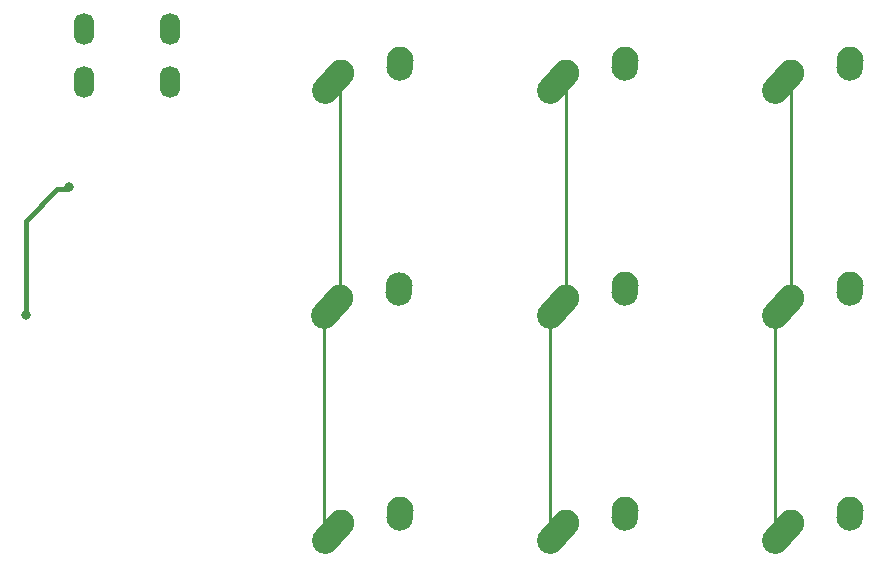
<source format=gbr>
%TF.GenerationSoftware,KiCad,Pcbnew,7.0.6*%
%TF.CreationDate,2023-07-30T22:10:22+02:00*%
%TF.ProjectId,Macropad,4d616372-6f70-4616-942e-6b696361645f,rev?*%
%TF.SameCoordinates,Original*%
%TF.FileFunction,Copper,L2,Bot*%
%TF.FilePolarity,Positive*%
%FSLAX46Y46*%
G04 Gerber Fmt 4.6, Leading zero omitted, Abs format (unit mm)*
G04 Created by KiCad (PCBNEW 7.0.6) date 2023-07-30 22:10:22*
%MOMM*%
%LPD*%
G01*
G04 APERTURE LIST*
G04 Aperture macros list*
%AMHorizOval*
0 Thick line with rounded ends*
0 $1 width*
0 $2 $3 position (X,Y) of the first rounded end (center of the circle)*
0 $4 $5 position (X,Y) of the second rounded end (center of the circle)*
0 Add line between two ends*
20,1,$1,$2,$3,$4,$5,0*
0 Add two circle primitives to create the rounded ends*
1,1,$1,$2,$3*
1,1,$1,$4,$5*%
G04 Aperture macros list end*
%TA.AperFunction,ComponentPad*%
%ADD10HorizOval,2.250000X0.020000X0.290000X-0.020000X-0.290000X0*%
%TD*%
%TA.AperFunction,ComponentPad*%
%ADD11C,2.250000*%
%TD*%
%TA.AperFunction,ComponentPad*%
%ADD12HorizOval,2.250000X0.655001X0.730000X-0.655001X-0.730000X0*%
%TD*%
%TA.AperFunction,ComponentPad*%
%ADD13O,1.700000X2.700000*%
%TD*%
%TA.AperFunction,ViaPad*%
%ADD14C,0.800000*%
%TD*%
%TA.AperFunction,Conductor*%
%ADD15C,0.381000*%
%TD*%
%TA.AperFunction,Conductor*%
%ADD16C,0.250000*%
%TD*%
G04 APERTURE END LIST*
D10*
%TO.P,MX1,2,ROW*%
%TO.N,Net-(D1-A)*%
X91420000Y-44422500D03*
D11*
X91440000Y-44132500D03*
D12*
%TO.P,MX1,1,COL*%
%TO.N,Col00*%
X85745001Y-45942500D03*
D11*
X86400000Y-45212500D03*
%TD*%
%TO.P,MX4,1,COL*%
%TO.N,Col00*%
X86281250Y-64293750D03*
D12*
X85626251Y-65023750D03*
D11*
%TO.P,MX4,2,ROW*%
%TO.N,Net-(D4-A)*%
X91321250Y-63213750D03*
D10*
X91301250Y-63503750D03*
%TD*%
D13*
%TO.P,USB1,6,SHIELD*%
%TO.N,unconnected-(USB1-SHIELD-Pad6)*%
X71912500Y-41512500D03*
X64612500Y-41512500D03*
X64612500Y-46012500D03*
X71912500Y-46012500D03*
%TD*%
D10*
%TO.P,MX9,2,ROW*%
%TO.N,Net-(D9-A)*%
X129520000Y-82522500D03*
D11*
X129540000Y-82232500D03*
D12*
%TO.P,MX9,1,COL*%
%TO.N,Col02*%
X123845001Y-84042500D03*
D11*
X124500000Y-83312500D03*
%TD*%
D10*
%TO.P,MX8,2,ROW*%
%TO.N,Net-(D8-A)*%
X110470000Y-82522500D03*
D11*
X110490000Y-82232500D03*
D12*
%TO.P,MX8,1,COL*%
%TO.N,Col01*%
X104795001Y-84042500D03*
D11*
X105450000Y-83312500D03*
%TD*%
D10*
%TO.P,MX7,2,ROW*%
%TO.N,Net-(D7-A)*%
X91420000Y-82522500D03*
D11*
X91440000Y-82232500D03*
D12*
%TO.P,MX7,1,COL*%
%TO.N,Col00*%
X85745001Y-84042500D03*
D11*
X86400000Y-83312500D03*
%TD*%
D10*
%TO.P,MX6,2,ROW*%
%TO.N,Net-(D6-A)*%
X129520000Y-63472500D03*
D11*
X129540000Y-63182500D03*
D12*
%TO.P,MX6,1,COL*%
%TO.N,Col02*%
X123845001Y-64992500D03*
D11*
X124500000Y-64262500D03*
%TD*%
D10*
%TO.P,MX5,2,ROW*%
%TO.N,Net-(D5-A)*%
X110470000Y-63472500D03*
D11*
X110490000Y-63182500D03*
D12*
%TO.P,MX5,1,COL*%
%TO.N,Col01*%
X104795001Y-64992500D03*
D11*
X105450000Y-64262500D03*
%TD*%
D10*
%TO.P,MX3,2,ROW*%
%TO.N,Net-(D3-A)*%
X129520000Y-44422500D03*
D11*
X129540000Y-44132500D03*
D12*
%TO.P,MX3,1,COL*%
%TO.N,Col02*%
X123845001Y-45942500D03*
D11*
X124500000Y-45212500D03*
%TD*%
D10*
%TO.P,MX2,2,ROW*%
%TO.N,Net-(D2-A)*%
X110470000Y-44422500D03*
D11*
X110490000Y-44132500D03*
D12*
%TO.P,MX2,1,COL*%
%TO.N,Col01*%
X104795001Y-45942500D03*
D11*
X105450000Y-45212500D03*
%TD*%
D14*
%TO.N,+5V*%
X63347986Y-54907267D03*
X59715400Y-65684400D03*
%TD*%
D15*
%TO.N,+5V*%
X62357000Y-55067200D02*
X63188053Y-55067200D01*
X59715400Y-65684400D02*
X59715400Y-57708800D01*
X63188053Y-55067200D02*
X63347986Y-54907267D01*
X59715400Y-57708800D02*
X62357000Y-55067200D01*
D16*
%TO.N,Col00*%
X84971250Y-84653750D02*
X85090000Y-84772500D01*
X84971250Y-65753750D02*
X84971250Y-84653750D01*
%TO.N,Col02*%
X124500000Y-45212500D02*
X124500000Y-64262500D01*
%TO.N,Col01*%
X105450000Y-64262500D02*
X105450000Y-45212500D01*
%TO.N,Col02*%
X123190000Y-84772500D02*
X123190000Y-65722500D01*
%TO.N,Col01*%
X104140000Y-65722500D02*
X104140000Y-84772500D01*
%TO.N,Col00*%
X84971250Y-65753750D02*
X84971250Y-81883750D01*
X85090000Y-65635000D02*
X84971250Y-65753750D01*
X86360000Y-45128750D02*
X86360000Y-64091250D01*
%TD*%
M02*

</source>
